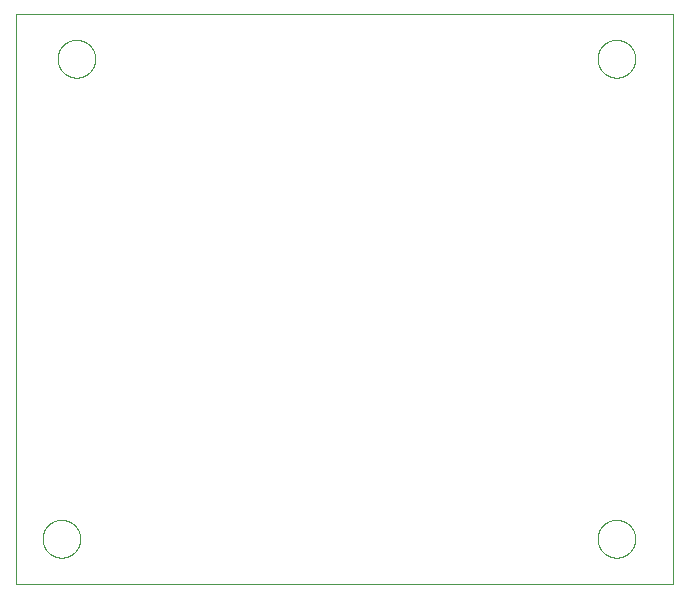
<source format=gbo>
G75*
%MOIN*%
%OFA0B0*%
%FSLAX25Y25*%
%IPPOS*%
%LPD*%
%AMOC8*
5,1,8,0,0,1.08239X$1,22.5*
%
%ADD10C,0.00000*%
D10*
X0001000Y0001000D02*
X0001000Y0190961D01*
X0219701Y0190961D01*
X0219701Y0001000D01*
X0001000Y0001000D01*
X0009701Y0016000D02*
X0009703Y0016158D01*
X0009709Y0016316D01*
X0009719Y0016474D01*
X0009733Y0016632D01*
X0009751Y0016789D01*
X0009772Y0016946D01*
X0009798Y0017102D01*
X0009828Y0017258D01*
X0009861Y0017413D01*
X0009899Y0017566D01*
X0009940Y0017719D01*
X0009985Y0017871D01*
X0010034Y0018022D01*
X0010087Y0018171D01*
X0010143Y0018319D01*
X0010203Y0018465D01*
X0010267Y0018610D01*
X0010335Y0018753D01*
X0010406Y0018895D01*
X0010480Y0019035D01*
X0010558Y0019172D01*
X0010640Y0019308D01*
X0010724Y0019442D01*
X0010813Y0019573D01*
X0010904Y0019702D01*
X0010999Y0019829D01*
X0011096Y0019954D01*
X0011197Y0020076D01*
X0011301Y0020195D01*
X0011408Y0020312D01*
X0011518Y0020426D01*
X0011631Y0020537D01*
X0011746Y0020646D01*
X0011864Y0020751D01*
X0011985Y0020853D01*
X0012108Y0020953D01*
X0012234Y0021049D01*
X0012362Y0021142D01*
X0012492Y0021232D01*
X0012625Y0021318D01*
X0012760Y0021402D01*
X0012896Y0021481D01*
X0013035Y0021558D01*
X0013176Y0021630D01*
X0013318Y0021700D01*
X0013462Y0021765D01*
X0013608Y0021827D01*
X0013755Y0021885D01*
X0013904Y0021940D01*
X0014054Y0021991D01*
X0014205Y0022038D01*
X0014357Y0022081D01*
X0014510Y0022120D01*
X0014665Y0022156D01*
X0014820Y0022187D01*
X0014976Y0022215D01*
X0015132Y0022239D01*
X0015289Y0022259D01*
X0015447Y0022275D01*
X0015604Y0022287D01*
X0015763Y0022295D01*
X0015921Y0022299D01*
X0016079Y0022299D01*
X0016237Y0022295D01*
X0016396Y0022287D01*
X0016553Y0022275D01*
X0016711Y0022259D01*
X0016868Y0022239D01*
X0017024Y0022215D01*
X0017180Y0022187D01*
X0017335Y0022156D01*
X0017490Y0022120D01*
X0017643Y0022081D01*
X0017795Y0022038D01*
X0017946Y0021991D01*
X0018096Y0021940D01*
X0018245Y0021885D01*
X0018392Y0021827D01*
X0018538Y0021765D01*
X0018682Y0021700D01*
X0018824Y0021630D01*
X0018965Y0021558D01*
X0019104Y0021481D01*
X0019240Y0021402D01*
X0019375Y0021318D01*
X0019508Y0021232D01*
X0019638Y0021142D01*
X0019766Y0021049D01*
X0019892Y0020953D01*
X0020015Y0020853D01*
X0020136Y0020751D01*
X0020254Y0020646D01*
X0020369Y0020537D01*
X0020482Y0020426D01*
X0020592Y0020312D01*
X0020699Y0020195D01*
X0020803Y0020076D01*
X0020904Y0019954D01*
X0021001Y0019829D01*
X0021096Y0019702D01*
X0021187Y0019573D01*
X0021276Y0019442D01*
X0021360Y0019308D01*
X0021442Y0019172D01*
X0021520Y0019035D01*
X0021594Y0018895D01*
X0021665Y0018753D01*
X0021733Y0018610D01*
X0021797Y0018465D01*
X0021857Y0018319D01*
X0021913Y0018171D01*
X0021966Y0018022D01*
X0022015Y0017871D01*
X0022060Y0017719D01*
X0022101Y0017566D01*
X0022139Y0017413D01*
X0022172Y0017258D01*
X0022202Y0017102D01*
X0022228Y0016946D01*
X0022249Y0016789D01*
X0022267Y0016632D01*
X0022281Y0016474D01*
X0022291Y0016316D01*
X0022297Y0016158D01*
X0022299Y0016000D01*
X0022297Y0015842D01*
X0022291Y0015684D01*
X0022281Y0015526D01*
X0022267Y0015368D01*
X0022249Y0015211D01*
X0022228Y0015054D01*
X0022202Y0014898D01*
X0022172Y0014742D01*
X0022139Y0014587D01*
X0022101Y0014434D01*
X0022060Y0014281D01*
X0022015Y0014129D01*
X0021966Y0013978D01*
X0021913Y0013829D01*
X0021857Y0013681D01*
X0021797Y0013535D01*
X0021733Y0013390D01*
X0021665Y0013247D01*
X0021594Y0013105D01*
X0021520Y0012965D01*
X0021442Y0012828D01*
X0021360Y0012692D01*
X0021276Y0012558D01*
X0021187Y0012427D01*
X0021096Y0012298D01*
X0021001Y0012171D01*
X0020904Y0012046D01*
X0020803Y0011924D01*
X0020699Y0011805D01*
X0020592Y0011688D01*
X0020482Y0011574D01*
X0020369Y0011463D01*
X0020254Y0011354D01*
X0020136Y0011249D01*
X0020015Y0011147D01*
X0019892Y0011047D01*
X0019766Y0010951D01*
X0019638Y0010858D01*
X0019508Y0010768D01*
X0019375Y0010682D01*
X0019240Y0010598D01*
X0019104Y0010519D01*
X0018965Y0010442D01*
X0018824Y0010370D01*
X0018682Y0010300D01*
X0018538Y0010235D01*
X0018392Y0010173D01*
X0018245Y0010115D01*
X0018096Y0010060D01*
X0017946Y0010009D01*
X0017795Y0009962D01*
X0017643Y0009919D01*
X0017490Y0009880D01*
X0017335Y0009844D01*
X0017180Y0009813D01*
X0017024Y0009785D01*
X0016868Y0009761D01*
X0016711Y0009741D01*
X0016553Y0009725D01*
X0016396Y0009713D01*
X0016237Y0009705D01*
X0016079Y0009701D01*
X0015921Y0009701D01*
X0015763Y0009705D01*
X0015604Y0009713D01*
X0015447Y0009725D01*
X0015289Y0009741D01*
X0015132Y0009761D01*
X0014976Y0009785D01*
X0014820Y0009813D01*
X0014665Y0009844D01*
X0014510Y0009880D01*
X0014357Y0009919D01*
X0014205Y0009962D01*
X0014054Y0010009D01*
X0013904Y0010060D01*
X0013755Y0010115D01*
X0013608Y0010173D01*
X0013462Y0010235D01*
X0013318Y0010300D01*
X0013176Y0010370D01*
X0013035Y0010442D01*
X0012896Y0010519D01*
X0012760Y0010598D01*
X0012625Y0010682D01*
X0012492Y0010768D01*
X0012362Y0010858D01*
X0012234Y0010951D01*
X0012108Y0011047D01*
X0011985Y0011147D01*
X0011864Y0011249D01*
X0011746Y0011354D01*
X0011631Y0011463D01*
X0011518Y0011574D01*
X0011408Y0011688D01*
X0011301Y0011805D01*
X0011197Y0011924D01*
X0011096Y0012046D01*
X0010999Y0012171D01*
X0010904Y0012298D01*
X0010813Y0012427D01*
X0010724Y0012558D01*
X0010640Y0012692D01*
X0010558Y0012828D01*
X0010480Y0012965D01*
X0010406Y0013105D01*
X0010335Y0013247D01*
X0010267Y0013390D01*
X0010203Y0013535D01*
X0010143Y0013681D01*
X0010087Y0013829D01*
X0010034Y0013978D01*
X0009985Y0014129D01*
X0009940Y0014281D01*
X0009899Y0014434D01*
X0009861Y0014587D01*
X0009828Y0014742D01*
X0009798Y0014898D01*
X0009772Y0015054D01*
X0009751Y0015211D01*
X0009733Y0015368D01*
X0009719Y0015526D01*
X0009709Y0015684D01*
X0009703Y0015842D01*
X0009701Y0016000D01*
X0014701Y0176000D02*
X0014703Y0176158D01*
X0014709Y0176316D01*
X0014719Y0176474D01*
X0014733Y0176632D01*
X0014751Y0176789D01*
X0014772Y0176946D01*
X0014798Y0177102D01*
X0014828Y0177258D01*
X0014861Y0177413D01*
X0014899Y0177566D01*
X0014940Y0177719D01*
X0014985Y0177871D01*
X0015034Y0178022D01*
X0015087Y0178171D01*
X0015143Y0178319D01*
X0015203Y0178465D01*
X0015267Y0178610D01*
X0015335Y0178753D01*
X0015406Y0178895D01*
X0015480Y0179035D01*
X0015558Y0179172D01*
X0015640Y0179308D01*
X0015724Y0179442D01*
X0015813Y0179573D01*
X0015904Y0179702D01*
X0015999Y0179829D01*
X0016096Y0179954D01*
X0016197Y0180076D01*
X0016301Y0180195D01*
X0016408Y0180312D01*
X0016518Y0180426D01*
X0016631Y0180537D01*
X0016746Y0180646D01*
X0016864Y0180751D01*
X0016985Y0180853D01*
X0017108Y0180953D01*
X0017234Y0181049D01*
X0017362Y0181142D01*
X0017492Y0181232D01*
X0017625Y0181318D01*
X0017760Y0181402D01*
X0017896Y0181481D01*
X0018035Y0181558D01*
X0018176Y0181630D01*
X0018318Y0181700D01*
X0018462Y0181765D01*
X0018608Y0181827D01*
X0018755Y0181885D01*
X0018904Y0181940D01*
X0019054Y0181991D01*
X0019205Y0182038D01*
X0019357Y0182081D01*
X0019510Y0182120D01*
X0019665Y0182156D01*
X0019820Y0182187D01*
X0019976Y0182215D01*
X0020132Y0182239D01*
X0020289Y0182259D01*
X0020447Y0182275D01*
X0020604Y0182287D01*
X0020763Y0182295D01*
X0020921Y0182299D01*
X0021079Y0182299D01*
X0021237Y0182295D01*
X0021396Y0182287D01*
X0021553Y0182275D01*
X0021711Y0182259D01*
X0021868Y0182239D01*
X0022024Y0182215D01*
X0022180Y0182187D01*
X0022335Y0182156D01*
X0022490Y0182120D01*
X0022643Y0182081D01*
X0022795Y0182038D01*
X0022946Y0181991D01*
X0023096Y0181940D01*
X0023245Y0181885D01*
X0023392Y0181827D01*
X0023538Y0181765D01*
X0023682Y0181700D01*
X0023824Y0181630D01*
X0023965Y0181558D01*
X0024104Y0181481D01*
X0024240Y0181402D01*
X0024375Y0181318D01*
X0024508Y0181232D01*
X0024638Y0181142D01*
X0024766Y0181049D01*
X0024892Y0180953D01*
X0025015Y0180853D01*
X0025136Y0180751D01*
X0025254Y0180646D01*
X0025369Y0180537D01*
X0025482Y0180426D01*
X0025592Y0180312D01*
X0025699Y0180195D01*
X0025803Y0180076D01*
X0025904Y0179954D01*
X0026001Y0179829D01*
X0026096Y0179702D01*
X0026187Y0179573D01*
X0026276Y0179442D01*
X0026360Y0179308D01*
X0026442Y0179172D01*
X0026520Y0179035D01*
X0026594Y0178895D01*
X0026665Y0178753D01*
X0026733Y0178610D01*
X0026797Y0178465D01*
X0026857Y0178319D01*
X0026913Y0178171D01*
X0026966Y0178022D01*
X0027015Y0177871D01*
X0027060Y0177719D01*
X0027101Y0177566D01*
X0027139Y0177413D01*
X0027172Y0177258D01*
X0027202Y0177102D01*
X0027228Y0176946D01*
X0027249Y0176789D01*
X0027267Y0176632D01*
X0027281Y0176474D01*
X0027291Y0176316D01*
X0027297Y0176158D01*
X0027299Y0176000D01*
X0027297Y0175842D01*
X0027291Y0175684D01*
X0027281Y0175526D01*
X0027267Y0175368D01*
X0027249Y0175211D01*
X0027228Y0175054D01*
X0027202Y0174898D01*
X0027172Y0174742D01*
X0027139Y0174587D01*
X0027101Y0174434D01*
X0027060Y0174281D01*
X0027015Y0174129D01*
X0026966Y0173978D01*
X0026913Y0173829D01*
X0026857Y0173681D01*
X0026797Y0173535D01*
X0026733Y0173390D01*
X0026665Y0173247D01*
X0026594Y0173105D01*
X0026520Y0172965D01*
X0026442Y0172828D01*
X0026360Y0172692D01*
X0026276Y0172558D01*
X0026187Y0172427D01*
X0026096Y0172298D01*
X0026001Y0172171D01*
X0025904Y0172046D01*
X0025803Y0171924D01*
X0025699Y0171805D01*
X0025592Y0171688D01*
X0025482Y0171574D01*
X0025369Y0171463D01*
X0025254Y0171354D01*
X0025136Y0171249D01*
X0025015Y0171147D01*
X0024892Y0171047D01*
X0024766Y0170951D01*
X0024638Y0170858D01*
X0024508Y0170768D01*
X0024375Y0170682D01*
X0024240Y0170598D01*
X0024104Y0170519D01*
X0023965Y0170442D01*
X0023824Y0170370D01*
X0023682Y0170300D01*
X0023538Y0170235D01*
X0023392Y0170173D01*
X0023245Y0170115D01*
X0023096Y0170060D01*
X0022946Y0170009D01*
X0022795Y0169962D01*
X0022643Y0169919D01*
X0022490Y0169880D01*
X0022335Y0169844D01*
X0022180Y0169813D01*
X0022024Y0169785D01*
X0021868Y0169761D01*
X0021711Y0169741D01*
X0021553Y0169725D01*
X0021396Y0169713D01*
X0021237Y0169705D01*
X0021079Y0169701D01*
X0020921Y0169701D01*
X0020763Y0169705D01*
X0020604Y0169713D01*
X0020447Y0169725D01*
X0020289Y0169741D01*
X0020132Y0169761D01*
X0019976Y0169785D01*
X0019820Y0169813D01*
X0019665Y0169844D01*
X0019510Y0169880D01*
X0019357Y0169919D01*
X0019205Y0169962D01*
X0019054Y0170009D01*
X0018904Y0170060D01*
X0018755Y0170115D01*
X0018608Y0170173D01*
X0018462Y0170235D01*
X0018318Y0170300D01*
X0018176Y0170370D01*
X0018035Y0170442D01*
X0017896Y0170519D01*
X0017760Y0170598D01*
X0017625Y0170682D01*
X0017492Y0170768D01*
X0017362Y0170858D01*
X0017234Y0170951D01*
X0017108Y0171047D01*
X0016985Y0171147D01*
X0016864Y0171249D01*
X0016746Y0171354D01*
X0016631Y0171463D01*
X0016518Y0171574D01*
X0016408Y0171688D01*
X0016301Y0171805D01*
X0016197Y0171924D01*
X0016096Y0172046D01*
X0015999Y0172171D01*
X0015904Y0172298D01*
X0015813Y0172427D01*
X0015724Y0172558D01*
X0015640Y0172692D01*
X0015558Y0172828D01*
X0015480Y0172965D01*
X0015406Y0173105D01*
X0015335Y0173247D01*
X0015267Y0173390D01*
X0015203Y0173535D01*
X0015143Y0173681D01*
X0015087Y0173829D01*
X0015034Y0173978D01*
X0014985Y0174129D01*
X0014940Y0174281D01*
X0014899Y0174434D01*
X0014861Y0174587D01*
X0014828Y0174742D01*
X0014798Y0174898D01*
X0014772Y0175054D01*
X0014751Y0175211D01*
X0014733Y0175368D01*
X0014719Y0175526D01*
X0014709Y0175684D01*
X0014703Y0175842D01*
X0014701Y0176000D01*
X0194701Y0176000D02*
X0194703Y0176158D01*
X0194709Y0176316D01*
X0194719Y0176474D01*
X0194733Y0176632D01*
X0194751Y0176789D01*
X0194772Y0176946D01*
X0194798Y0177102D01*
X0194828Y0177258D01*
X0194861Y0177413D01*
X0194899Y0177566D01*
X0194940Y0177719D01*
X0194985Y0177871D01*
X0195034Y0178022D01*
X0195087Y0178171D01*
X0195143Y0178319D01*
X0195203Y0178465D01*
X0195267Y0178610D01*
X0195335Y0178753D01*
X0195406Y0178895D01*
X0195480Y0179035D01*
X0195558Y0179172D01*
X0195640Y0179308D01*
X0195724Y0179442D01*
X0195813Y0179573D01*
X0195904Y0179702D01*
X0195999Y0179829D01*
X0196096Y0179954D01*
X0196197Y0180076D01*
X0196301Y0180195D01*
X0196408Y0180312D01*
X0196518Y0180426D01*
X0196631Y0180537D01*
X0196746Y0180646D01*
X0196864Y0180751D01*
X0196985Y0180853D01*
X0197108Y0180953D01*
X0197234Y0181049D01*
X0197362Y0181142D01*
X0197492Y0181232D01*
X0197625Y0181318D01*
X0197760Y0181402D01*
X0197896Y0181481D01*
X0198035Y0181558D01*
X0198176Y0181630D01*
X0198318Y0181700D01*
X0198462Y0181765D01*
X0198608Y0181827D01*
X0198755Y0181885D01*
X0198904Y0181940D01*
X0199054Y0181991D01*
X0199205Y0182038D01*
X0199357Y0182081D01*
X0199510Y0182120D01*
X0199665Y0182156D01*
X0199820Y0182187D01*
X0199976Y0182215D01*
X0200132Y0182239D01*
X0200289Y0182259D01*
X0200447Y0182275D01*
X0200604Y0182287D01*
X0200763Y0182295D01*
X0200921Y0182299D01*
X0201079Y0182299D01*
X0201237Y0182295D01*
X0201396Y0182287D01*
X0201553Y0182275D01*
X0201711Y0182259D01*
X0201868Y0182239D01*
X0202024Y0182215D01*
X0202180Y0182187D01*
X0202335Y0182156D01*
X0202490Y0182120D01*
X0202643Y0182081D01*
X0202795Y0182038D01*
X0202946Y0181991D01*
X0203096Y0181940D01*
X0203245Y0181885D01*
X0203392Y0181827D01*
X0203538Y0181765D01*
X0203682Y0181700D01*
X0203824Y0181630D01*
X0203965Y0181558D01*
X0204104Y0181481D01*
X0204240Y0181402D01*
X0204375Y0181318D01*
X0204508Y0181232D01*
X0204638Y0181142D01*
X0204766Y0181049D01*
X0204892Y0180953D01*
X0205015Y0180853D01*
X0205136Y0180751D01*
X0205254Y0180646D01*
X0205369Y0180537D01*
X0205482Y0180426D01*
X0205592Y0180312D01*
X0205699Y0180195D01*
X0205803Y0180076D01*
X0205904Y0179954D01*
X0206001Y0179829D01*
X0206096Y0179702D01*
X0206187Y0179573D01*
X0206276Y0179442D01*
X0206360Y0179308D01*
X0206442Y0179172D01*
X0206520Y0179035D01*
X0206594Y0178895D01*
X0206665Y0178753D01*
X0206733Y0178610D01*
X0206797Y0178465D01*
X0206857Y0178319D01*
X0206913Y0178171D01*
X0206966Y0178022D01*
X0207015Y0177871D01*
X0207060Y0177719D01*
X0207101Y0177566D01*
X0207139Y0177413D01*
X0207172Y0177258D01*
X0207202Y0177102D01*
X0207228Y0176946D01*
X0207249Y0176789D01*
X0207267Y0176632D01*
X0207281Y0176474D01*
X0207291Y0176316D01*
X0207297Y0176158D01*
X0207299Y0176000D01*
X0207297Y0175842D01*
X0207291Y0175684D01*
X0207281Y0175526D01*
X0207267Y0175368D01*
X0207249Y0175211D01*
X0207228Y0175054D01*
X0207202Y0174898D01*
X0207172Y0174742D01*
X0207139Y0174587D01*
X0207101Y0174434D01*
X0207060Y0174281D01*
X0207015Y0174129D01*
X0206966Y0173978D01*
X0206913Y0173829D01*
X0206857Y0173681D01*
X0206797Y0173535D01*
X0206733Y0173390D01*
X0206665Y0173247D01*
X0206594Y0173105D01*
X0206520Y0172965D01*
X0206442Y0172828D01*
X0206360Y0172692D01*
X0206276Y0172558D01*
X0206187Y0172427D01*
X0206096Y0172298D01*
X0206001Y0172171D01*
X0205904Y0172046D01*
X0205803Y0171924D01*
X0205699Y0171805D01*
X0205592Y0171688D01*
X0205482Y0171574D01*
X0205369Y0171463D01*
X0205254Y0171354D01*
X0205136Y0171249D01*
X0205015Y0171147D01*
X0204892Y0171047D01*
X0204766Y0170951D01*
X0204638Y0170858D01*
X0204508Y0170768D01*
X0204375Y0170682D01*
X0204240Y0170598D01*
X0204104Y0170519D01*
X0203965Y0170442D01*
X0203824Y0170370D01*
X0203682Y0170300D01*
X0203538Y0170235D01*
X0203392Y0170173D01*
X0203245Y0170115D01*
X0203096Y0170060D01*
X0202946Y0170009D01*
X0202795Y0169962D01*
X0202643Y0169919D01*
X0202490Y0169880D01*
X0202335Y0169844D01*
X0202180Y0169813D01*
X0202024Y0169785D01*
X0201868Y0169761D01*
X0201711Y0169741D01*
X0201553Y0169725D01*
X0201396Y0169713D01*
X0201237Y0169705D01*
X0201079Y0169701D01*
X0200921Y0169701D01*
X0200763Y0169705D01*
X0200604Y0169713D01*
X0200447Y0169725D01*
X0200289Y0169741D01*
X0200132Y0169761D01*
X0199976Y0169785D01*
X0199820Y0169813D01*
X0199665Y0169844D01*
X0199510Y0169880D01*
X0199357Y0169919D01*
X0199205Y0169962D01*
X0199054Y0170009D01*
X0198904Y0170060D01*
X0198755Y0170115D01*
X0198608Y0170173D01*
X0198462Y0170235D01*
X0198318Y0170300D01*
X0198176Y0170370D01*
X0198035Y0170442D01*
X0197896Y0170519D01*
X0197760Y0170598D01*
X0197625Y0170682D01*
X0197492Y0170768D01*
X0197362Y0170858D01*
X0197234Y0170951D01*
X0197108Y0171047D01*
X0196985Y0171147D01*
X0196864Y0171249D01*
X0196746Y0171354D01*
X0196631Y0171463D01*
X0196518Y0171574D01*
X0196408Y0171688D01*
X0196301Y0171805D01*
X0196197Y0171924D01*
X0196096Y0172046D01*
X0195999Y0172171D01*
X0195904Y0172298D01*
X0195813Y0172427D01*
X0195724Y0172558D01*
X0195640Y0172692D01*
X0195558Y0172828D01*
X0195480Y0172965D01*
X0195406Y0173105D01*
X0195335Y0173247D01*
X0195267Y0173390D01*
X0195203Y0173535D01*
X0195143Y0173681D01*
X0195087Y0173829D01*
X0195034Y0173978D01*
X0194985Y0174129D01*
X0194940Y0174281D01*
X0194899Y0174434D01*
X0194861Y0174587D01*
X0194828Y0174742D01*
X0194798Y0174898D01*
X0194772Y0175054D01*
X0194751Y0175211D01*
X0194733Y0175368D01*
X0194719Y0175526D01*
X0194709Y0175684D01*
X0194703Y0175842D01*
X0194701Y0176000D01*
X0194701Y0016000D02*
X0194703Y0016158D01*
X0194709Y0016316D01*
X0194719Y0016474D01*
X0194733Y0016632D01*
X0194751Y0016789D01*
X0194772Y0016946D01*
X0194798Y0017102D01*
X0194828Y0017258D01*
X0194861Y0017413D01*
X0194899Y0017566D01*
X0194940Y0017719D01*
X0194985Y0017871D01*
X0195034Y0018022D01*
X0195087Y0018171D01*
X0195143Y0018319D01*
X0195203Y0018465D01*
X0195267Y0018610D01*
X0195335Y0018753D01*
X0195406Y0018895D01*
X0195480Y0019035D01*
X0195558Y0019172D01*
X0195640Y0019308D01*
X0195724Y0019442D01*
X0195813Y0019573D01*
X0195904Y0019702D01*
X0195999Y0019829D01*
X0196096Y0019954D01*
X0196197Y0020076D01*
X0196301Y0020195D01*
X0196408Y0020312D01*
X0196518Y0020426D01*
X0196631Y0020537D01*
X0196746Y0020646D01*
X0196864Y0020751D01*
X0196985Y0020853D01*
X0197108Y0020953D01*
X0197234Y0021049D01*
X0197362Y0021142D01*
X0197492Y0021232D01*
X0197625Y0021318D01*
X0197760Y0021402D01*
X0197896Y0021481D01*
X0198035Y0021558D01*
X0198176Y0021630D01*
X0198318Y0021700D01*
X0198462Y0021765D01*
X0198608Y0021827D01*
X0198755Y0021885D01*
X0198904Y0021940D01*
X0199054Y0021991D01*
X0199205Y0022038D01*
X0199357Y0022081D01*
X0199510Y0022120D01*
X0199665Y0022156D01*
X0199820Y0022187D01*
X0199976Y0022215D01*
X0200132Y0022239D01*
X0200289Y0022259D01*
X0200447Y0022275D01*
X0200604Y0022287D01*
X0200763Y0022295D01*
X0200921Y0022299D01*
X0201079Y0022299D01*
X0201237Y0022295D01*
X0201396Y0022287D01*
X0201553Y0022275D01*
X0201711Y0022259D01*
X0201868Y0022239D01*
X0202024Y0022215D01*
X0202180Y0022187D01*
X0202335Y0022156D01*
X0202490Y0022120D01*
X0202643Y0022081D01*
X0202795Y0022038D01*
X0202946Y0021991D01*
X0203096Y0021940D01*
X0203245Y0021885D01*
X0203392Y0021827D01*
X0203538Y0021765D01*
X0203682Y0021700D01*
X0203824Y0021630D01*
X0203965Y0021558D01*
X0204104Y0021481D01*
X0204240Y0021402D01*
X0204375Y0021318D01*
X0204508Y0021232D01*
X0204638Y0021142D01*
X0204766Y0021049D01*
X0204892Y0020953D01*
X0205015Y0020853D01*
X0205136Y0020751D01*
X0205254Y0020646D01*
X0205369Y0020537D01*
X0205482Y0020426D01*
X0205592Y0020312D01*
X0205699Y0020195D01*
X0205803Y0020076D01*
X0205904Y0019954D01*
X0206001Y0019829D01*
X0206096Y0019702D01*
X0206187Y0019573D01*
X0206276Y0019442D01*
X0206360Y0019308D01*
X0206442Y0019172D01*
X0206520Y0019035D01*
X0206594Y0018895D01*
X0206665Y0018753D01*
X0206733Y0018610D01*
X0206797Y0018465D01*
X0206857Y0018319D01*
X0206913Y0018171D01*
X0206966Y0018022D01*
X0207015Y0017871D01*
X0207060Y0017719D01*
X0207101Y0017566D01*
X0207139Y0017413D01*
X0207172Y0017258D01*
X0207202Y0017102D01*
X0207228Y0016946D01*
X0207249Y0016789D01*
X0207267Y0016632D01*
X0207281Y0016474D01*
X0207291Y0016316D01*
X0207297Y0016158D01*
X0207299Y0016000D01*
X0207297Y0015842D01*
X0207291Y0015684D01*
X0207281Y0015526D01*
X0207267Y0015368D01*
X0207249Y0015211D01*
X0207228Y0015054D01*
X0207202Y0014898D01*
X0207172Y0014742D01*
X0207139Y0014587D01*
X0207101Y0014434D01*
X0207060Y0014281D01*
X0207015Y0014129D01*
X0206966Y0013978D01*
X0206913Y0013829D01*
X0206857Y0013681D01*
X0206797Y0013535D01*
X0206733Y0013390D01*
X0206665Y0013247D01*
X0206594Y0013105D01*
X0206520Y0012965D01*
X0206442Y0012828D01*
X0206360Y0012692D01*
X0206276Y0012558D01*
X0206187Y0012427D01*
X0206096Y0012298D01*
X0206001Y0012171D01*
X0205904Y0012046D01*
X0205803Y0011924D01*
X0205699Y0011805D01*
X0205592Y0011688D01*
X0205482Y0011574D01*
X0205369Y0011463D01*
X0205254Y0011354D01*
X0205136Y0011249D01*
X0205015Y0011147D01*
X0204892Y0011047D01*
X0204766Y0010951D01*
X0204638Y0010858D01*
X0204508Y0010768D01*
X0204375Y0010682D01*
X0204240Y0010598D01*
X0204104Y0010519D01*
X0203965Y0010442D01*
X0203824Y0010370D01*
X0203682Y0010300D01*
X0203538Y0010235D01*
X0203392Y0010173D01*
X0203245Y0010115D01*
X0203096Y0010060D01*
X0202946Y0010009D01*
X0202795Y0009962D01*
X0202643Y0009919D01*
X0202490Y0009880D01*
X0202335Y0009844D01*
X0202180Y0009813D01*
X0202024Y0009785D01*
X0201868Y0009761D01*
X0201711Y0009741D01*
X0201553Y0009725D01*
X0201396Y0009713D01*
X0201237Y0009705D01*
X0201079Y0009701D01*
X0200921Y0009701D01*
X0200763Y0009705D01*
X0200604Y0009713D01*
X0200447Y0009725D01*
X0200289Y0009741D01*
X0200132Y0009761D01*
X0199976Y0009785D01*
X0199820Y0009813D01*
X0199665Y0009844D01*
X0199510Y0009880D01*
X0199357Y0009919D01*
X0199205Y0009962D01*
X0199054Y0010009D01*
X0198904Y0010060D01*
X0198755Y0010115D01*
X0198608Y0010173D01*
X0198462Y0010235D01*
X0198318Y0010300D01*
X0198176Y0010370D01*
X0198035Y0010442D01*
X0197896Y0010519D01*
X0197760Y0010598D01*
X0197625Y0010682D01*
X0197492Y0010768D01*
X0197362Y0010858D01*
X0197234Y0010951D01*
X0197108Y0011047D01*
X0196985Y0011147D01*
X0196864Y0011249D01*
X0196746Y0011354D01*
X0196631Y0011463D01*
X0196518Y0011574D01*
X0196408Y0011688D01*
X0196301Y0011805D01*
X0196197Y0011924D01*
X0196096Y0012046D01*
X0195999Y0012171D01*
X0195904Y0012298D01*
X0195813Y0012427D01*
X0195724Y0012558D01*
X0195640Y0012692D01*
X0195558Y0012828D01*
X0195480Y0012965D01*
X0195406Y0013105D01*
X0195335Y0013247D01*
X0195267Y0013390D01*
X0195203Y0013535D01*
X0195143Y0013681D01*
X0195087Y0013829D01*
X0195034Y0013978D01*
X0194985Y0014129D01*
X0194940Y0014281D01*
X0194899Y0014434D01*
X0194861Y0014587D01*
X0194828Y0014742D01*
X0194798Y0014898D01*
X0194772Y0015054D01*
X0194751Y0015211D01*
X0194733Y0015368D01*
X0194719Y0015526D01*
X0194709Y0015684D01*
X0194703Y0015842D01*
X0194701Y0016000D01*
M02*

</source>
